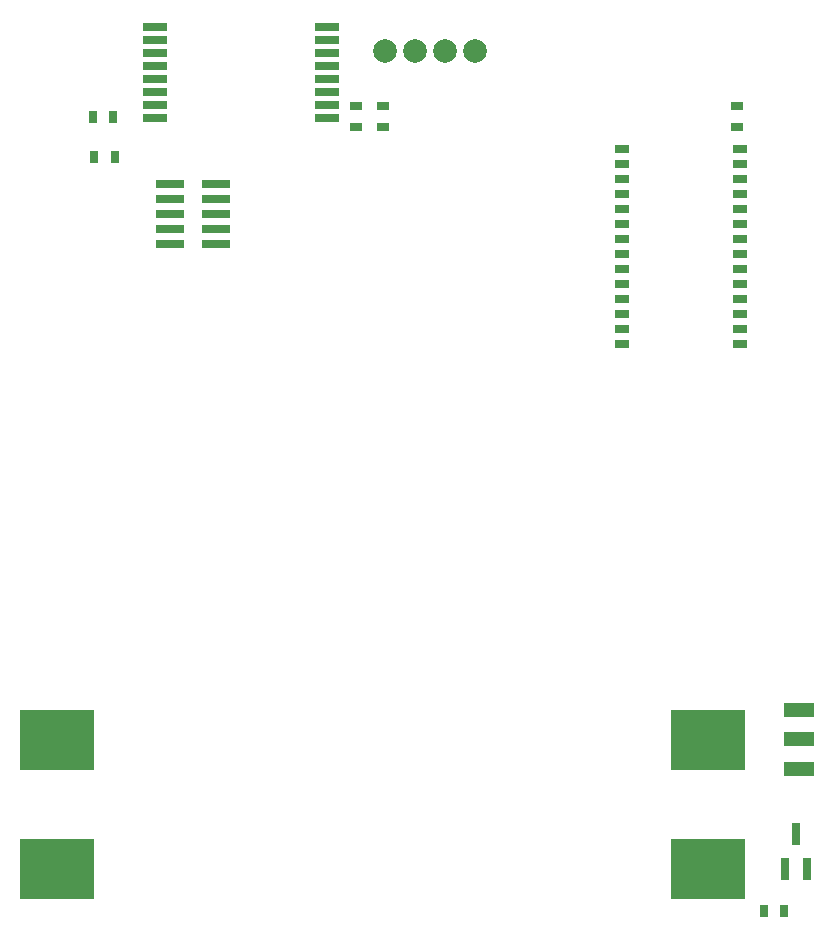
<source format=gtp>
G04 #@! TF.GenerationSoftware,KiCad,Pcbnew,5.0.0-rc2-dev-unknown+dfsg1+20180318-3*
G04 #@! TF.CreationDate,2018-05-24T18:13:09-07:00*
G04 #@! TF.ProjectId,DC26Badge,4443323642616467652E6B696361645F,rev?*
G04 #@! TF.SameCoordinates,Original*
G04 #@! TF.FileFunction,Paste,Top*
G04 #@! TF.FilePolarity,Positive*
%FSLAX46Y46*%
G04 Gerber Fmt 4.6, Leading zero omitted, Abs format (unit mm)*
G04 Created by KiCad (PCBNEW 5.0.0-rc2-dev-unknown+dfsg1+20180318-3) date Thu May 24 18:13:09 2018*
%MOMM*%
%LPD*%
G01*
G04 APERTURE LIST*
%ADD10R,1.300000X0.760000*%
%ADD11R,2.400000X0.740000*%
%ADD12C,2.000000*%
%ADD13R,6.350000X5.080000*%
%ADD14R,1.000000X0.670000*%
%ADD15R,0.670000X1.000000*%
%ADD16R,0.800000X1.900000*%
%ADD17R,2.500000X1.200000*%
%ADD18R,2.000000X0.700000*%
G04 APERTURE END LIST*
D10*
X175758900Y-67005000D03*
X185741100Y-67005000D03*
X175758900Y-65735000D03*
X185741100Y-65735000D03*
X175758900Y-64465000D03*
X185741100Y-64465000D03*
X175758900Y-63195000D03*
X185741100Y-63195000D03*
X175758900Y-61925000D03*
X185741100Y-61925000D03*
X175758900Y-60655000D03*
X185741100Y-60655000D03*
X175758900Y-59385000D03*
X185741100Y-59385000D03*
X175758900Y-58115000D03*
X185741100Y-58115000D03*
X175758900Y-56845000D03*
X185741100Y-56845000D03*
X175758900Y-55575000D03*
X185741100Y-55575000D03*
X175758900Y-54305000D03*
X185741100Y-54305000D03*
X175758900Y-53035000D03*
X185741100Y-53035000D03*
X175758900Y-51765000D03*
X185741100Y-51765000D03*
X175758900Y-50495000D03*
X185741100Y-50495000D03*
D11*
X137450000Y-53460000D03*
X141350000Y-53460000D03*
X137450000Y-54730000D03*
X141350000Y-54730000D03*
X137450000Y-56000000D03*
X141350000Y-56000000D03*
X137450000Y-57270000D03*
X141350000Y-57270000D03*
X137450000Y-58540000D03*
X141350000Y-58540000D03*
D12*
X163290000Y-42250000D03*
X160750000Y-42250000D03*
X158210000Y-42250000D03*
X155670000Y-42250000D03*
D13*
X183059000Y-100539000D03*
X127941000Y-100539000D03*
X127941000Y-111461000D03*
X183059000Y-111461000D03*
D14*
X185500000Y-48625000D03*
X185500000Y-46875000D03*
X155500000Y-48625000D03*
X155500000Y-46875000D03*
X153250000Y-46875000D03*
X153250000Y-48625000D03*
D15*
X189500000Y-115000000D03*
X187750000Y-115000000D03*
X131050000Y-51200000D03*
X132800000Y-51200000D03*
D16*
X189550000Y-111500000D03*
X191450000Y-111500000D03*
X190500000Y-108500000D03*
D15*
X130925000Y-47800000D03*
X132675000Y-47800000D03*
D17*
X190750000Y-100500000D03*
X190750000Y-103000000D03*
X190750000Y-98000000D03*
D18*
X150750000Y-40150000D03*
X136250000Y-40150000D03*
X150750000Y-41250000D03*
X136250000Y-41250000D03*
X150750000Y-42350000D03*
X136250000Y-42350000D03*
X150750000Y-43450000D03*
X136250000Y-43450000D03*
X150750000Y-44550000D03*
X136250000Y-44550000D03*
X150750000Y-45650000D03*
X136250000Y-45650000D03*
X150750000Y-46750000D03*
X136250000Y-46750000D03*
X150750000Y-47850000D03*
X136250000Y-47850000D03*
M02*

</source>
